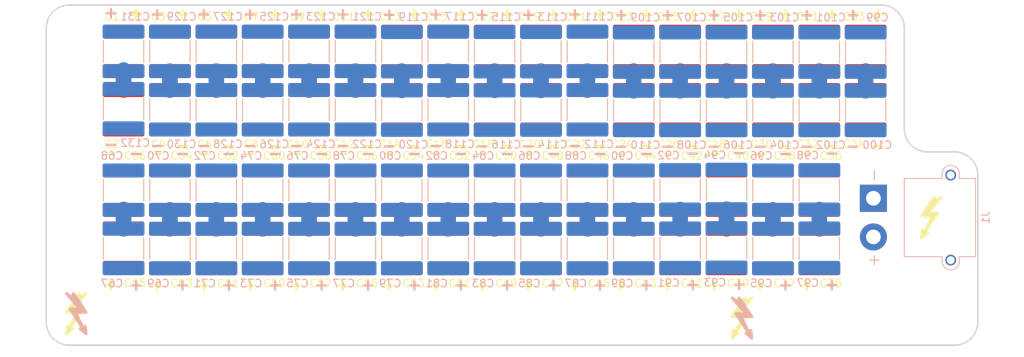
<source format=kicad_pcb>
(kicad_pcb (version 20241229) (generator "pcbnew") (generator_version "9.0")
  (layers (0 "F.Cu" signal) (2 "B.Cu" signal) (13 "F.Paste" user) (15 "B.Paste" user) (5 "F.SilkS" user "F.Silkscreen") (7 "B.SilkS" user "B.Silkscreen") (1 "F.Mask" user) (3 "B.Mask" user) (25 "Edge.Cuts" user))
  (net 0 "")
  (net 1 "+VDC")
  (net 2 "Net-(C1-Pad2)")
  (net 3 "GND")
  (net 4 "Net-(C3-Pad2)")
  (net 5 "Net-(C5-Pad2)")
  (net 6 "Net-(C7-Pad2)")
  (net 7 "Net-(C10-Pad1)")
  (net 8 "Net-(C11-Pad2)")
  (net 9 "Net-(C13-Pad2)")
  (net 10 "Net-(C15-Pad2)")
  (net 11 "Net-(C17-Pad2)")
  (net 12 "Net-(C19-Pad2)")
  (net 13 "Net-(C21-Pad2)")
  (net 14 "Net-(C23-Pad2)")
  (net 15 "Net-(C25-Pad2)")
  (net 16 "Net-(C27-Pad2)")
  (net 17 "Net-(C29-Pad2)")
  (net 18 "Net-(C31-Pad2)")
  (net 19 "Net-(C33-Pad2)")
  (net 20 "Net-(C35-Pad2)")
  (net 21 "Net-(C37-Pad2)")
  (net 22 "Net-(C39-Pad2)")
  (net 23 "Net-(C41-Pad2)")
  (net 24 "Net-(C43-Pad2)")
  (net 25 "Net-(C45-Pad2)")
  (net 26 "Net-(C47-Pad2)")
  (net 27 "Net-(C49-Pad2)")
  (net 28 "Net-(C51-Pad2)")
  (net 29 "Net-(C53-Pad2)")
  (net 30 "Net-(C55-Pad2)")
  (net 31 "Net-(C57-Pad2)")
  (net 32 "Net-(C59-Pad2)")
  (net 33 "Net-(C61-Pad2)")
  (net 34 "Net-(C63-Pad2)")
  (net 35 "Net-(C65-Pad2)")
  (net 36 "Net-(C67-Pad2)")
  (net 37 "Net-(C69-Pad2)")
  (net 38 "Net-(C71-Pad2)")
  (net 39 "Net-(C73-Pad2)")
  (net 40 "Net-(C75-Pad2)")
  (net 41 "Net-(C77-Pad2)")
  (net 42 "Net-(C79-Pad2)")
  (net 43 "Net-(C81-Pad2)")
  (net 44 "Net-(C83-Pad2)")
  (net 45 "Net-(C85-Pad2)")
  (net 46 "Net-(C87-Pad2)")
  (net 47 "Net-(C89-Pad2)")
  (net 48 "Net-(C91-Pad2)")
  (net 49 "Net-(C93-Pad2)")
  (net 50 "Net-(C95-Pad2)")
  (net 51 "Net-(C97-Pad2)")
  (net 52 "Net-(C100-Pad1)")
  (net 53 "Net-(C101-Pad2)")
  (net 54 "Net-(C103-Pad2)")
  (net 55 "Net-(C105-Pad2)")
  (net 56 "Net-(C107-Pad2)")
  (net 57 "Net-(C109-Pad2)")
  (net 58 "Net-(C111-Pad2)")
  (net 59 "Net-(C113-Pad2)")
  (net 60 "Net-(C115-Pad2)")
  (net 61 "Net-(C117-Pad2)")
  (net 62 "Net-(C119-Pad2)")
  (net 63 "Net-(C121-Pad2)")
  (net 64 "Net-(C123-Pad2)")
  (net 65 "Net-(C125-Pad2)")
  (net 66 "Net-(C127-Pad2)")
  (net 67 "Net-(C129-Pad2)")
  (net 68 "Net-(C131-Pad2)")
  (footprint "Capacitor_SMD:C_2220_5750Metric" (layer "F.Cu") (at 104.5 57.05 -90)
    (property "Reference" "C2")
    (property "Value" "22u")
  )
  (footprint "Capacitor_SMD:C_2220_5750Metric" (layer "F.Cu") (at 146.5 57.05 -90)
    (property "Reference" "C16")
    (property "Value" "22u")
  )
  (footprint "Capacitor_SMD:C_2220_5750Metric" (layer "F.Cu") (at 110.5 57.05 -90)
    (property "Reference" "C4")
    (property "Value" "22u")
  )
  (footprint "Capacitor_SMD:C_2220_5750Metric" (layer "F.Cu") (at 104.5 67.45 90)
    (property "Reference" "C66")
    (property "Value" "22u")
  )
  (footprint "Capacitor_SMD:C_2220_5750Metric" (layer "F.Cu") (at 188.5 75 90)
    (property "Reference" "C37")
    (property "Value" "22u")
  )
  (footprint "Capacitor_SMD:C_2220_5750Metric" (layer "F.Cu") (at 170.5 49.5 -90)
    (property "Reference" "C23")
    (property "Value" "22u")
  )
  (footprint "UTSVT_Special:Symbol_HighVoltage_Small" (layer "F.Cu") (at 97.5 84)
    (property "Reference" "REF**" (hide yes))
    (property "Value" "Symbol_HighVoltage_Small" (hide yes))
  )
  (footprint "Capacitor_SMD:C_2220_5750Metric" (layer "F.Cu") (at 194.5 75 90)
    (property "Reference" "C35")
    (property "Value" "22u")
  )
  (footprint "Capacitor_SMD:C_2220_5750Metric" (layer "F.Cu") (at 176.5 67.45 90)
    (property "Reference" "C42")
    (property "Value" "22u")
  )
  (footprint "Capacitor_SMD:C_2220_5750Metric" (layer "F.Cu") (at 146.5 75 90)
    (property "Reference" "C51")
    (property "Value" "22u")
  )
  (footprint "Capacitor_SMD:C_2220_5750Metric" (layer "F.Cu") (at 158.5 75 90)
    (property "Reference" "C47")
    (property "Value" "22u")
  )
  (footprint "Capacitor_SMD:C_2220_5750Metric" (layer "F.Cu") (at 170.5 57.05 -90)
    (property "Reference" "C24")
    (property "Value" "22u")
  )
  (footprint "Capacitor_SMD:C_2220_5750Metric" (layer "F.Cu") (at 128.5 49.5 -90)
    (property "Reference" "C9")
    (property "Value" "22u")
  )
  (footprint "Capacitor_SMD:C_2220_5750Metric" (layer "F.Cu") (at 122.5 49.5 -90)
    (property "Reference" "C7")
    (property "Value" "22u")
  )
  (footprint "Capacitor_SMD:C_2220_5750Metric" (layer "F.Cu") (at 182.5 49.5 -90)
    (property "Reference" "C27")
    (property "Value" "22u")
  )
  (footprint "Capacitor_SMD:C_2220_5750Metric" (layer "F.Cu") (at 182.5 75 90)
    (property "Reference" "C39")
    (property "Value" "22u")
  )
  (footprint "Capacitor_SMD:C_2220_5750Metric" (layer "F.Cu") (at 122.5 57.05 -90)
    (property "Reference" "C8")
    (property "Value" "22u")
  )
  (footprint "Capacitor_SMD:C_2220_5750Metric" (layer "F.Cu") (at 182.5 57.05 -90)
    (property "Reference" "C28")
    (property "Value" "22u")
  )
  (footprint "Capacitor_SMD:C_2220_5750Metric" (layer "F.Cu") (at 152.5 75 90)
    (property "Reference" "C49")
    (property "Value" "22u")
  )
  (footprint "Capacitor_SMD:C_2220_5750Metric" (layer "F.Cu") (at 182.5 67.45 90)
    (property "Reference" "C40")
    (property "Value" "22u")
  )
  (footprint "Capacitor_SMD:C_2220_5750Metric" (layer "F.Cu") (at 164.5 67.45 90)
    (property "Reference" "C46")
    (property "Value" "22u")
  )
  (footprint "Capacitor_SMD:C_2220_5750Metric" (layer "F.Cu") (at 194.5 57.05 -90)
    (property "Reference" "C32")
    (property "Value" "22u")
  )
  (footprint "Capacitor_SMD:C_2220_5750Metric" (layer "F.Cu") (at 152.5 57.05 -90)
    (property "Reference" "C18")
    (property "Value" "22u")
  )
  (footprint "Capacitor_SMD:C_2220_5750Metric" (layer "F.Cu") (at 116.5 67.45 90)
    (property "Reference" "C62")
    (property "Value" "22u")
  )
  (footprint "Capacitor_SMD:C_2220_5750Metric" (layer "F.Cu") (at 110.5 75 90)
    (property "Reference" "C63")
    (property "Value" "22u")
  )
  (footprint "MountingHole:MountingHole_3.2mm_M3" (layer "F.Cu") (at 98 71)
    (property "Reference" "REF**" (hide yes))
    (property "Value" "MountingHole_3.2mm_M3")
  )
  (footprint "Capacitor_SMD:C_2220_5750Metric" (layer "F.Cu") (at 194.5 49.5 -90)
    (property "Reference" "C31")
    (property "Value" "22u")
  )
  (footprint "Capacitor_SMD:C_2220_5750Metric" (layer "F.Cu") (at 194.5 67.45 90)
    (property "Reference" "C36")
    (property "Value" "22u")
  )
  (footprint "Capacitor_SMD:C_2220_5750Metric" (layer "F.Cu") (at 116.5 57.05 -90)
    (property "Reference" "C6")
    (property "Value" "22u")
  )
  (footprint "Capacitor_SMD:C_2220_5750Metric" (layer "F.Cu") (at 188.5 57.05 -90)
    (property "Reference" "C30")
    (property "Value" "22u")
  )
  (footprint "Capacitor_SMD:C_2220_5750Metric" (layer "F.Cu") (at 140.5 49.5 -90)
    (property "Reference" "C13")
    (property "Value" "22u")
  )
  (footprint "MountingHole:MountingHole_3.2mm_M3" (layer "F.Cu") (at 98 47)
    (property "Reference" "REF**" (hide yes))
    (property "Value" "MountingHole_3.2mm_M3")
  )
  (footprint "Capacitor_SMD:C_2220_5750Metric" (layer "F.Cu") (at 104.5 49.5 -90)
    (property "Reference" "C1")
    (property "Value" "22u")
  )
  (footprint "Capacitor_SMD:C_2220_5750Metric" (layer "F.Cu") (at 146.5 49.5 -90)
    (property "Reference" "C15")
    (property "Value" "22u")
  )
  (footprint "Capacitor_SMD:C_2220_5750Metric" (layer "F.Cu") (at 170.5 67.45 90)
    (property "Reference" "C44")
    (property "Value" "22u")
  )
  (footprint "Capacitor_SMD:C_2220_5750Metric" (layer "F.Cu") (at 176.5 49.5 -90)
    (property "Reference" "C25")
    (property "Value" "22u")
  )
  (footprint "Capacitor_SMD:C_2220_5750Metric" (layer "F.Cu") (at 122.5 75 90)
    (property "Reference" "C59")
    (property "Value" "22u")
  )
  (footprint "Capacitor_SMD:C_2220_5750Metric" (layer "F.Cu") (at 134.5 67.45 90)
    (property "Reference" "C56")
    (property "Value" "22u")
  )
  (footprint "Capacitor_SMD:C_2220_5750Metric" (layer "F.Cu") (at 128.5 75 90)
    (property "Reference" "C57")
    (property "Value" "22u")
  )
  (footprint "Capacitor_SMD:C_2220_5750Metric" (layer "F.Cu") (at 158.5 57.05 -90)
    (property "Reference" "C20")
    (property "Value" "22u")
  )
  (footprint "Capacitor_SMD:C_2220_5750Metric" (layer "F.Cu") (at 164.5 75 90)
    (property "Reference" "C45")
    (property "Value" "22u")
  )
  (footprint "Capacitor_SMD:C_2220_5750Metric" (layer "F.Cu") (at 134.5 49.5 -90)
    (property "Reference" "C11")
    (property "Value" "22u")
  )
  (footprint "Capacitor_SMD:C_2220_5750Metric" (layer "F.Cu") (at 200.5 57.05 -90)
    (property "Reference" "C34")
    (property "Value" "22u")
  )
  (footprint "Capacitor_SMD:C_2220_5750Metric" (layer "F.Cu") (at 152.5 67.45 90)
    (property "Reference" "C50")
    (property "Value" "22u")
  )
  (footprint "Capacitor_SMD:C_2220_5750Metric" (layer "F.Cu") (at 116.5 75 90)
    (property "Reference" "C61")
    (property "Value" "22u")
  )
  (footprint "Capacitor_SMD:C_2220_5750Metric" (layer "F.Cu") (at 158.5 67.45 90)
    (property "Reference" "C48")
    (property "Value" "22u")
  )
  (footprint "Capacitor_SMD:C_2220_5750Metric" (layer "F.Cu") (at 116.5 49.5 -90)
    (property "Reference" "C5")
    (property "Value" "22u")
  )
  (footprint "Capacitor_SMD:C_2220_5750Metric" (layer "F.Cu") (at 140.5 75 90)
    (property "Reference" "C53")
    (property "Value" "22u")
  )
  (footprint "Capacitor_SMD:C_2220_5750Metric" (layer "F.Cu") (at 128.5 57.05 -90)
    (property "Reference" "C10")
    (property "Value" "22u")
  )
  (footprint "Capacitor_SMD:C_2220_5750Metric" (layer "F.Cu") (at 128.5 67.45 90)
    (property "Reference" "C58")
    (property "Value" "22u")
  )
  (footprint "Capacitor_SMD:C_2220_5750Metric" (layer "F.Cu") (at 176.5 57.05 -90)
    (property "Reference" "C26")
    (property "Value" "22u")
  )
  (footprint "Capacitor_SMD:C_2220_5750Metric" (layer "F.Cu") (at 158.5 49.5 -90)
    (property "Reference" "C19")
    (property "Value" "22u")
  )
  (footprint "Capacitor_SMD:C_2220_5750Metric" (layer "F.Cu") (at 164.5 49.5 -90)
    (property "Reference" "C21")
    (property "Value" "22u")
  )
  (footprint "Capacitor_SMD:C_2220_5750Metric" (layer "F.Cu") (at 188.5 49.5 -90)
    (property "Reference" "C29")
    (property "Value" "22u")
  )
  (footprint "Capacitor_SMD:C_2220_5750Metric" (layer "F.Cu") (at 140.5 67.45 90)
    (property "Reference" "C54")
    (property "Value" "22u")
  )
  (footprint "Capacitor_SMD:C_2220_5750Metric" (layer "F.Cu") (at 170.5 75 90)
    (property "Reference" "C43")
    (property "Value" "22u")
  )
  (footprint "Capacitor_SMD:C_2220_5750Metric" (layer "F.Cu") (at 134.5 75 90)
    (property "Reference" "C55")
    (property "Value" "22u")
  )
  (footprint "Capacitor_SMD:C_2220_5750Metric" (layer "F.Cu") (at 146.5 67.45 90)
    (property "Reference" "C52")
    (property "Value" "22u")
  )
  (footprint "UTSVT_Special:Symbol_HighVoltage_Small" (layer "F.Cu") (at 208.111 71.5715)
    (property "Reference" "REF**" (hide yes))
    (property "Value" "Symbol_HighVoltage_Small" (hide yes))
  )
  (footprint "Capacitor_SMD:C_2220_5750Metric" (layer "F.Cu") (at 134.5 57.05 -90)
    (property "Reference" "C12")
    (property "Value" "22u")
  )
  (footprint "MountingHole:MountingHole_3.2mm_M3" (layer "F.Cu") (at 154.75 84)
    (property "Reference" "REF**" (hide yes))
    (property "Value" "MountingHole_3.2mm_M3")
  )
  (footprint "Capacitor_SMD:C_2220_5750Metric" (layer "F.Cu") (at 110.5 49.5 -90)
    (property "Reference" "C3")
    (property "Value" "22u")
  )
  (footprint "Capacitor_SMD:C_2220_5750Metric" (layer "F.Cu") (at 188.5 67.45 90)
    (property "Reference" "C38")
    (property "Value" "22u")
  )
  (footprint "Capacitor_SMD:C_2220_5750Metric" (layer "F.Cu") (at 176.5 75 90)
    (property "Reference" "C41")
    (property "Value" "22u")
  )
  (footprint "Capacitor_SMD:C_2220_5750Metric" (layer "F.Cu") (at 164.5 57.05 -90)
    (property "Reference" "C22")
    (property "Value" "22u")
  )
  (footprint "MountingHole:MountingHole_3.2mm_M3" (layer "F.Cu") (at 211.5 84)
    (property "Reference" "REF**" (hide yes))
    (property "Value" "MountingHole_3.2mm_M3")
  )
  (footprint "Capacitor_SMD:C_2220_5750Metric" (layer "F.Cu") (at 140.5 57.05 -90)
    (property "Reference" "C14")
    (property "Value" "22u")
  )
  (footprint "UTSVT_Special:Symbol_HighVoltage_Small" (layer "F.Cu") (at 183.611 84.5715)
    (property "Reference" "REF**" (hide yes))
    (property "Value" "Symbol_HighVoltage_Small" (hide yes))
  )
  (footprint "Capacitor_SMD:C_2220_5750Metric" (layer "F.Cu") (at 104.5 74.95 90)
    (property "Reference" "C65")
    (property "Value" "22u")
  )
  (footprint "Capacitor_SMD:C_2220_5750Metric" (layer "F.Cu") (at 122.5 67.45 90)
    (property "Reference" "C60")
    (property "Value" "22u")
  )
  (footprint "Capacitor_SMD:C_2220_5750Metric" (layer "F.Cu") (at 152.5 49.5 -90)
    (property "Reference" "C17")
    (property "Value" "22u")
  )
  (footprint "Capacitor_SMD:C_2220_5750Metric" (layer "F.Cu") (at 200.5 49.5 -90)
    (property "Reference" "C33")
    (property "Value" "22u")
  )
  (footprint "Capacitor_SMD:C_2220_5750Metric" (layer "F.Cu") (at 110.5 67.45 90)
    (property "Reference" "C64")
    (property "Value" "22u")
  )
  (footprint "Capacitor_SMD:C_2220_5750Metric" (layer "B.Cu") (at 188.5 49.6 -90)
    (property "Reference" "C103")
    (property "Value" "22u")
  )
  (footprint "Capacitor_SMD:C_2220_5750Metric" (layer "B.Cu") (at 110.5 75 90)
    (property "Reference" "C69")
    (property "Value" "22u")
  )
  (footprint "Capacitor_SMD:C_2220_5750Metric" (layer "B.Cu") (at 176.5 57.15 -90)
    (property "Reference" "C108")
    (property "Value" "22u")
  )
  (footprint "Capacitor_SMD:C_2220_5750Metric" (layer "B.Cu") (at 194.5 67.4 90)
    (property "Reference" "C98")
    (property "Value" "22u")
  )
  (footprint "UTSVT_Connectors:AMASS_XT30PW-M_1x02_P2.50mm_Horizontal" (layer "B.Cu") (at 201.5 68.5 90)
    (property "Reference" "J1")
    (property "Value" "Conn_01x02")
  )
  (footprint "Capacitor_SMD:C_2220_5750Metric" (layer "B.Cu") (at 170.5 67.45 90)
    (property "Reference" "C90")
    (property "Value" "22u")
  )
  (footprint "Capacitor_SMD:C_2220_5750Metric" (layer "B.Cu") (at 122.5 57.05 -90)
    (property "Reference" "C126")
    (property "Value" "22u")
  )
  (footprint "Capacitor_SMD:C_2220_5750Metric" (layer "B.Cu") (at 170.5 57.15 -90)
    (property "Reference" "C110")
    (property "Value" "22u")
  )
  (footprint "Capacitor_SMD:C_2220_5750Metric" (layer "B.Cu") (at 164.5 75 90)
    (property "Reference" "C87")
    (property "Value" "22u")
  )
  (footprint "Capacitor_SMD:C_2220_5750Metric" (layer "B.Cu") (at 146.5 57.05 -90)
    (property "Reference" "C118")
    (property "Value" "22u")
  )
  (footprint "Capacitor_SMD:C_2220_5750Metric" (layer "B.Cu") (at 176.5 74.95 90)
    (property "Reference" "C91")
    (property "Value" "22u")
  )
  (footprint "Capacitor_SMD:C_2220_5750Metric" (layer "B.Cu") (at 140.5 67.45 90)
    (property "Reference" "C80")
    (property "Value" "22u")
  )
  (footprint "Capacitor_SMD:C_2220_5750Metric" (layer "B.Cu") (at 134.5 57.05 -90)
    (property "Reference" "C122")
    (property "Value" "22u")
  )
  (footprint "Capacitor_SMD:C_2220_5750Metric" (layer "B.Cu") (at 164.5 49.5 -90)
    (property "Reference" "C111")
    (property "Value" "22u")
  )
  (footprint "Capacitor_SMD:C_2220_5750Metric" (layer "B.Cu") (at 104.5 75 90)
    (property "Reference" "C67")
    (property "Value" "22u")
  )
  (footprint "Capacitor_SMD:C_2220_5750Metric" (layer "B.Cu") (at 116.5 49.5 -90)
    (property "Reference" "C127")
    (property "Value" "22u")
  )
  (footprint "UTSVT_Special:Symbol_HighVoltage_Small" (layer "B.Cu") (at 99.278 84 180)
    (property "Reference" "REF**" (hide yes))
    (property "Value" "Symbol_HighVoltage_Small" (hide yes))
  )
  (footprint "Capacitor_SMD:C_2220_5750Metric" (layer "B.Cu") (at 182.5 74.9 90)
    (property "Reference" "C93")
    (property "Value" "22u")
  )
  (footprint "Capacitor_SMD:C_2220_5750Metric" (layer "B.Cu") (at 128.5 49.5 -90)
    (property "Reference" "C123")
    (property "Value" "22u")
  )
  (footprint "Capacitor_SMD:C_2220_5750Metric" (layer "B.Cu") (at 110.5 67.45 90)
    (property "Reference" "C70")
    (property "Value" "22u")
  )
  (footprint "Capacitor_SMD:C_2220_5750Metric" (layer "B.Cu") (at 188.5 67.45 90)
    (property "Reference" "C96")
    (property "Value" "22u")
  )
  (footprint "Capacitor_SMD:C_2220_5750Metric" (layer "B.Cu") (at 140.5 49.55 -90)
    (property "Reference" "C119")
    (property "Value" "22u")
  )
  (footprint "Capacitor_SMD:C_2220_5750Metric" (layer "B.Cu") (at 128.5 75 90)
    (property "Reference" "C75")
    (property "Value" "22u")
  )
  (footprint "Capacitor_SMD:C_2220_5750Metric" (layer "B.Cu") (at 182.5 57.15 -90)
    (property "Reference" "C106")
    (property "Value" "22u")
  )
  (footprint "Capacitor_SMD:C_2220_5750Metric" (layer "B.Cu") (at 194.5 49.6 -90)
    (property "Reference" "C101")
    (property "Value" "22u")
  )
  (footprint "UTSVT_Special:Symbol_HighVoltage_Small" (layer "B.Cu") (at 185.389 84.5715 180)
    (property "Reference" "REF**" (hide yes))
    (property "Value" "Symbol_HighVoltage_Small" (hide yes))
  )
  (footprint "Capacitor_SMD:C_2220_5750Metric" (layer "B.Cu") (at 158.5 49.55 -90)
    (property "Reference" "C113")
    (property "Value" "22u")
  )
  (footprint "Capacitor_SMD:C_2220_5750Metric" (layer "B.Cu") (at 188.5 75 90)
    (property "Reference" "C95")
    (property "Value" "22u")
  )
  (footprint "Capacitor_SMD:C_2220_5750Metric" (layer "B.Cu") (at 140.5 57.1 -90)
    (property "Reference" "C120")
    (property "Value" "22u")
  )
  (footprint "Capacitor_SMD:C_2220_5750Metric" (layer "B.Cu") (at 104.5 49.5 -90)
    (property "Reference" "C131")
    (property "Value" "22u")
  )
  (footprint "Capacitor_SMD:C_2220_5750Metric" (layer "B.Cu") (at 170.5 49.6 -90)
    (property "Reference" "C109")
    (property "Value" "22u")
  )
  (footprint "Capacitor_SMD:C_2220_5750Metric" (layer "B.Cu") (at 134.5 49.5 -90)
    (property "Reference" "C121")
    (property "Value" "22u")
  )
  (footprint "Capacitor_SMD:C_2220_5750Metric" (layer "B.Cu") (at 146.5 75 90)
    (property "Reference" "C81")
    (property "Value" "22u")
  )
  (footprint "Capacitor_SMD:C_2220_5750Metric" (layer "B.Cu") (at 182.5 49.6 -90)
    (property "Reference" "C105")
    (property "Value" "22u")
  )
  (footprint "Capacitor_SMD:C_2220_5750Metric" (layer "B.Cu") (at 110.5 49.5 -90)
    (property "Reference" "C129")
    (property "Value" "22u")
  )
  (footprint "Capacitor_SMD:C_2220_5750Metric" (layer "B.Cu") (at 158.5 57.1 -90)
    (property "Reference" "C114")
    (property "Value" "22u")
  )
  (footprint "Capacitor_SMD:C_2220_5750Metric" (layer "B.Cu") (at 152.5 67.45 90)
    (property "Reference" "C84")
    (property "Value" "22u")
  )
  (footprint "Capacitor_SMD:C_2220_5750Metric" (layer "B.Cu") (at 194.5 74.95 90)
    (property "Reference" "C97")
    (property "Value" "22u")
  )
  (footprint "Capacitor_SMD:C_2220_5750Metric" (layer "B.Cu") (at 116.5 67.45 90)
    (property "Reference" "C72")
    (property "Value" "22u")
  )
  (footprint "Capacitor_SMD:C_2220_5750Metric" (layer "B.Cu") (at 164.5 67.45 90)
    (property "Reference" "C88")
    (property "Value" "22u")
  )
  (footprint "Capacitor_SMD:C_2220_5750Metric" (layer "B.Cu") (at 146.5 67.45 90)
    (property "Reference" "C82")
    (property "Value" "22u")
  )
  (footprint "Capacitor_SMD:C_2220_5750Metric" (layer "B.Cu") (at 164.5 57.05 -90)
    (property "Reference" "C112")
    (property "Value" "22u")
  )
  (footprint "Capacitor_SMD:C_2220_5750Metric" (layer "B.Cu") (at 146.5 49.5 -90)
    (property "Reference" "C117")
    (property "Value" "22u")
  )
  (footprint "Capacitor_SMD:C_2220_5750Metric" (layer "B.Cu") (at 170.5 75 90)
    (property "Reference" "C89")
    (property "Value" "22u")
  )
  (footprint "Capacitor_SMD:C_2220_5750Metric" (layer "B.Cu") (at 152.5 49.55 -90)
    (property "Reference" "C115")
    (property "Value" "22u")
  )
  (footprint "Capacitor_SMD:C_2220_5750Metric" (layer "B.Cu") (at 200.5 49.6 -90)
    (property "Reference" "C99")
    (property "Value" "22u")
  )
  (footprint "Capacitor_SMD:C_2220_5750Metric" (layer "B.Cu") (at 128.5 67.45 90)
    (property "Reference" "C76")
    (property "Value" "22u")
  )
  (footprint "Capacitor_SMD:C_2220_5750Metric" (layer "B.Cu") (at 152.5 75 90)
    (property "Reference" "C83")
    (property "Value" "22u")
  )
  (footprint "Capacitor_SMD:C_2220_5750Metric" (layer "B.Cu") (at 152.5 57.1 -90)
    (property "Reference" "C116")
    (property "Value" "22u")
  )
  (footprint "Capacitor_SMD:C_2220_5750Metric" (layer "B.Cu") (at 116.5 57.05 -90)
    (property "Reference" "C128")
    (property "Value" "22u")
  )
  (footprint "Capacitor_SMD:C_2220_5750Metric" (layer "B.Cu") (at 158.5 75 90)
    (property "Reference" "C85")
    (property "Value" "22u")
  )
  (footprint "Capacitor_SMD:C_2220_5750Metric" (layer "B.Cu") (at 128.5 57.05 -90)
    (property "Reference" "C124")
    (property "Value" "22u")
  )
  (footprint "Capacitor_SMD:C_2220_5750Metric" (layer "B.Cu") (at 176.5 49.6 -90)
    (property "Reference" "C107")
    (property "Value" "22u")
  )
  (footprint "Capacitor_SMD:C_2220_5750Metric" (layer "B.Cu") (at 194.5 57.15 -90)
    (property "Reference" "C102")
    (property "Value" "22u")
  )
  (footprint "Capacitor_SMD:C_2220_5750Metric" (layer "B.Cu") (at 158.5 67.45 90)
    (property "Reference" "C86")
    (property "Value" "22u")
  )
  (footprint "Capacitor_SMD:C_2220_5750Metric" (layer "B.Cu") (at 122.5 67.45 90)
    (property "Reference" "C74")
    (property "Value" "22u")
  )
  (footprint "Capacitor_SMD:C_2220_5750Metric" (layer "B.Cu") (at 134.5 67.45 90)
    (property "Reference" "C78")
    (property "Value" "22u")
  )
  (footprint "Capacitor_SMD:C_2220_5750Metric" (layer "B.Cu") (at 116.5 75 90)
    (property "Reference" "C71")
    (property "Value" "22u")
  )
  (footprint "Capacitor_SMD:C_2220_5750Metric" (layer "B.Cu") (at 122.5 75 90)
    (property "Reference" "C73")
    (property "Value" "22u")
  )
  (footprint "Capacitor_SMD:C_2220_5750Metric" (layer "B.Cu") (at 140.5 75 90)
    (property "Reference" "C79")
    (property "Value" "22u")
  )
  (footprint "Capacitor_SMD:C_2220_5750Metric" (layer "B.Cu") (at 134.5 75 90)
    (property "Reference" "C77")
    (property "Value" "22u")
  )
  (footprint "Capacitor_SMD:C_2220_5750Metric" (layer "B.Cu") (at 110.5 57.05 -90)
    (property "Reference" "C130")
    (property "Value" "22u")
  )
  (footprint "Capacitor_SMD:C_2220_5750Metric" (layer "B.Cu") (at 188.5 57.15 -90)
    (property "Reference" "C104")
    (property "Value" "22u")
  )
  (footprint "Capacitor_SMD:C_2220_5750Metric" (layer "B.Cu") (at 200.5 57.15 -90)
    (property "Reference" "C100")
    (property "Value" "22u")
  )
  (footprint "Capacitor_SMD:C_2220_5750Metric" (layer "B.Cu") (at 104.5 56.9 -90)
    (property "Reference" "C132")
    (property "Value" "22u")
  )
  (footprint "Capacitor_SMD:C_2220_5750Metric" (layer "B.Cu") (at 182.5 67.35 90)
    (property "Reference" "C94")
    (property "Value" "22u")
  )
  (footprint "Capacitor_SMD:C_2220_5750Metric" (layer "B.Cu") (at 104.5 67.45 90)
    (property "Reference" "C68")
    (property "Value" "22u")
  )
  (footprint "Capacitor_SMD:C_2220_5750Metric" (layer "B.Cu") (at 176.5 67.4 90)
    (property "Reference" "C92")
    (property "Value" "22u")
  )
  (footprint "Capacitor_SMD:C_2220_5750Metric" (layer "B.Cu") (at 122.5 49.5 -90)
    (property "Reference" "C125")
    (property "Value" "22u")
  )
  (gr_line (start 215 65.5) (end 215 84.5) (stroke (width 0.2)) (layer "Edge.Cuts"))
  (gr_arc (start 97.5 87.5) (mid 95.37868 86.62132) (end 94.5 84.5) (stroke (width 0.2)) (layer "Edge.Cuts"))
  (gr_arc (start 202.5 43.5) (mid 204.62132 44.37868) (end 205.5 46.5) (stroke (width 0.2)) (layer "Edge.Cuts"))
  (gr_line (start 212 87.5) (end 97.5 87.5) (stroke (width 0.2)) (layer "Edge.Cuts"))
  (gr_line (start 97.5 43.5) (end 202.5 43.5) (stroke (width 0.2)) (layer "Edge.Cuts"))
  (gr_arc (start 212 62.5) (mid 214.12132 63.37868) (end 215 65.5) (stroke (width 0.2)) (layer "Edge.Cuts"))
  (gr_arc (start 208.5 62.5) (mid 206.37868 61.62132) (end 205.5 59.5) (stroke (width 0.2)) (layer "Edge.Cuts"))
  (gr_arc (start 215 84.5) (mid 214.12132 86.62132) (end 212 87.5) (stroke (width 0.2)) (layer "Edge.Cuts"))
  (gr_line (start 208.5 62.5) (end 212 62.5) (stroke (width 0.2)) (layer "Edge.Cuts"))
  (gr_line (start 205.5 46.5) (end 205.5 59.5) (stroke (width 0.2)) (layer "Edge.Cuts"))
  (gr_line (start 94.5 84.5) (end 94.5 46.5) (stroke (width 0.2)) (layer "Edge.Cuts"))
  (gr_arc (start 94.5 46.5) (mid 95.37868 44.37868) (end 97.5 43.5) (stroke (width 0.2)) (layer "Edge.Cuts"))
  (gr_text "-" (at 171 62.5 0) (layer "F.SilkS") (effects (font (size 1.5 1.5) (thickness 0.3) (bold yes)) (justify left bottom)))
  (gr_text "-" (at 122 62 180) (layer "F.SilkS") (effects (font (size 1.5 1.5) (thickness 0.3) (bold yes)) (justify left bottom)))
  (gr_text "-" (at 105 45.25 0) (layer "F.SilkS") (effects (font (size 1.5 1.5) (thickness 0.3) (bold yes)) (justify left bottom)))
  (gr_text "+" (at 135 45.5 0) (layer "F.SilkS") (effects (font (size 1.5 1.5) (thickness 0.3) (bold yes)) (justify left bottom)))
  (gr_text "-" (at 116 62 180) (layer "F.SilkS") (effects (font (size 1.5 1.5) (thickness 0.3) (bold yes)) (justify left bottom)))
  (gr_text "+" (at 111 45.5 0) (layer "F.SilkS") (effects (font (size 1.5 1.5) (thickness 0.3) (bold yes)) (justify left bottom)))
  (gr_text "+" (at 123 45.5 0) (layer "F.SilkS") (effects (font (size 1.5 1.5) (thickness 0.3) (bold yes)) (justify left bottom)))
  (gr_text "-" (at 170 62 180) (layer "F.SilkS") (effects (font (size 1.5 1.5) (thickness 0.3) (bold yes)) (justify left bottom)))
  (gr_text "-" (at 164 62 180) (layer "F.SilkS") (effects (font (size 1.5 1.5) (thickness 0.3) (bold yes)) (justify left bottom)))
  (gr_text "+" (at 152 79 180) (layer "F.SilkS") (effects (font (size 1.5 1.5) (thickness 0.3) (bold yes)) (justify left bottom)))
  (gr_text "+" (at 146 79 180) (layer "F.SilkS") (effects (font (size 1.5 1.5) (thickness 0.3) (bold yes)) (justify left bottom)))
  (gr_text "-" (at 195 62.5 0) (layer "F.SilkS") (effects (font (size 1.5 1.5) (thickness 0.3) (bold yes)) (justify left bottom)))
  (gr_text "+" (at 182 79 180) (layer "F.SilkS") (effects (font (size 1.5 1.5) (thickness 0.3) (bold yes)) (justify left bottom)))
  (gr_text "+" (at 189 45.5 0) (layer "F.SilkS") (effects (font (size 1.5 1.5) (thickness 0.3) (bold yes)) (justify left bottom)))
  (gr_text "+" (at 116 79 180) (layer "F.SilkS") (effects (font (size 1.5 1.5) (thickness 0.3) (bold yes)) (justify left bottom)))
  (gr_text "+" (at 104 78.95 180) (layer "F.SilkS") (effects (font (size 1.5 1.5) (thickness 0.3) (bold yes)) (justify left bottom)))
  (gr_text "-" (at 176 62 180) (layer "F.SilkS") (effects (font (size 1.5 1.5) (thickness 0.3) (bold yes)) (justify left bottom)))
  (gr_text "-" (at 158 62 180) (layer "F.SilkS") (effects (font (size 1.5 1.5) (thickness 0.3) (bold yes)) (justify left bottom)))
  (gr_text "+" (at 183 45.5 0) (layer "F.SilkS") (effects (font (size 1.5 1.5) (thickness 0.3) (bold yes)) (justify left bottom)))
  (gr_text "-" (at 182 62 180) (layer "F.SilkS") (effects (font (size 1.5 1.5) (thickness 0.3) (bold yes)) (justify left bottom)))
  (gr_text "+" (at 110 79 180) (layer "F.SilkS") (effects (font (size 1.5 1.5) (thickness 0.3) (bold yes)) (justify left bottom)))
  (gr_text "-" (at 128 62 180) (layer "F.SilkS") (effects (font (size 1.5 1.5) (thickness 0.3) (bold yes)) (justify left bottom)))
  (gr_text "+" (at 159 45.5 0) (layer "F.SilkS") (effects (font (size 1.5 1.5) (thickness 0.3) (bold yes)) (justify left bottom)))
  (gr_text "+" (at 134 79 180) (layer "F.SilkS") (effects (font (size 1.5 1.5) (thickness 0.3) (bold yes)) (justify left bottom)))
  (gr_text "-" (at 140 62 180) (layer "F.SilkS") (effects (font (size 1.5 1.5) (thickness 0.3) (bold yes)) (justify left bottom)))
  (gr_text "+" (at 158 79 180) (layer "F.SilkS") (effects (font (size 1.5 1.5) (thickness 0.3) (bold yes)) (justify left bottom)))
  (gr_text "+" (at 176 79 180) (layer "F.SilkS") (effects (font (size 1.5 1.5) (thickness 0.3) (bold yes)) (justify left bottom)))
  (gr_text "+" (at 188 79 180) (layer "F.SilkS") (effects (font (size 1.5 1.5) (thickness 0.3) (bold yes)) (justify left bottom)))
  (gr_text "-" (at 146 62 180) (layer "F.SilkS") (effects (font (size 1.5 1.5) (thickness 0.3) (bold yes)) (justify left bottom)))
  (gr_text "+" (at 153 45.5 0) (layer "F.SilkS") (effects (font (size 1.5 1.5) (thickness 0.3) (bold yes)) (justify left bottom)))
  (gr_text "-" (at 135 62.5 0) (layer "F.SilkS") (effects (font (size 1.5 1.5) (thickness 0.3) (bold yes)) (justify left bottom)))
  (gr_text "+" (at 194 79 180) (layer "F.SilkS") (effects (font (size 1.5 1.5) (thickness 0.3) (bold yes)) (justify left bottom)))
  (gr_text "+" (at 171 45.5 0) (layer "F.SilkS") (effects (font (size 1.5 1.5) (thickness 0.3) (bold yes)) (justify left bottom)))
  (gr_text "+" (at 117 45.5 0) (layer "F.SilkS") (effects (font (size 1.5 1.5) (thickness 0.3) (bold yes)) (justify left bottom)))
  (gr_text "+" (at 170 79 180) (layer "F.SilkS") (effects (font (size 1.5 1.5) (thickness 0.3) (bold yes)) (justify left bottom)))
  (gr_text "+" (at 141 45.5 0) (layer "F.SilkS") (effects (font (size 1.5 1.5) (thickness 0.3) (bold yes)) (justify left bottom)))
  (gr_text "-" (at 183 62.5 0) (layer "F.SilkS") (effects (font (size 1.5 1.5) (thickness 0.3) (bold yes)) (justify left bottom)))
  (gr_text "+" (at 165 45.5 0) (layer "F.SilkS") (effects (font (size 1.5 1.5) (thickness 0.3) (bold yes)) (justify left bottom)))
  (gr_text "-" (at 152 62 180) (layer "F.SilkS") (effects (font (size 1.5 1.5) (thickness 0.3) (bold yes)) (justify left bottom)))
  (gr_text "+" (at 147 45.5 0) (layer "F.SilkS") (effects (font (size 1.5 1.5) (thickness 0.3) (bold yes)) (justify left bottom)))
  (gr_text "+" (at 177 45.5 0) (layer "F.SilkS") (effects (font (size 1.5 1.5) (thickness 0.3) (bold yes)) (justify left bottom)))
  (gr_text "+" (at 195 45.5 0) (layer "F.SilkS") (effects (font (size 1.5 1.5) (thickness 0.3) (bold yes)) (justify left bottom)))
  (gr_text "+" (at 105 45.5 0) (layer "F.SilkS") (effects (font (size 1.5 1.5) (thickness 0.3) (bold yes)) (justify left bottom)))
  (gr_text "-" (at 129 62.5 0) (layer "F.SilkS") (effects (font (size 1.5 1.5) (thickness 0.3) (bold yes)) (justify left bottom)))
  (gr_text "+" (at 164 79 180) (layer "F.SilkS") (effects (font (size 1.5 1.5) (thickness 0.3) (bold yes)) (justify left bottom)))
  (gr_text "-" (at 147 62.5 0) (layer "F.SilkS") (effects (font (size 1.5 1.5) (thickness 0.3) (bold yes)) (justify left bottom)))
  (gr_text "-" (at 110 62 180) (layer "F.SilkS") (effects (font (size 1.5 1.5) (thickness 0.3) (bold yes)) (justify left bottom)))
  (gr_text "-" (at 194 62 180) (layer "F.SilkS") (effects (font (size 1.5 1.5) (thickness 0.3) (bold yes)) (justify left bottom)))
  (gr_text "+" (at 128 79 180) (layer "F.SilkS") (effects (font (size 1.5 1.5) (thickness 0.3) (bold yes)) (justify left bottom)))
  (gr_text "+" (at 129 45.5 0) (layer "F.SilkS") (effects (font (size 1.5 1.5) (thickness 0.3) (bold yes)) (justify left bottom)))
  (gr_text "-" (at 159 62.5 0) (layer "F.SilkS") (effects (font (size 1.5 1.5) (thickness 0.3) (bold yes)) (justify left bottom)))
  (gr_text "-" (at 104 61.95 180) (layer "F.SilkS") (effects (font (size 1.5 1.5) (thickness 0.3) (bold yes)) (justify left bottom)))
  (gr_text "-" (at 201 62.5 0) (layer "F.SilkS") (effects (font (size 1.5 1.5) (thickness 0.3) (bold yes)) (justify left bottom)))
  (gr_text "+" (at 140 79 180) (layer "F.SilkS") (effects (font (size 1.5 1.5) (thickness 0.3) (bold yes)) (justify left bottom)))
  (gr_text "-" (at 177 62.5 0) (layer "F.SilkS") (effects (font (size 1.5 1.5) (thickness 0.3) (bold yes)) (justify left bottom)))
  (gr_text "-" (at 189 62.5 0) (layer "F.SilkS") (effects (font (size 1.5 1.5) (thickness 0.3) (bold yes)) (justify left bottom)))
  (gr_text "+" (at 122 79 180) (layer "F.SilkS") (effects (font (size 1.5 1.5) (thickness 0.3) (bold yes)) (justify left bottom)))
  (gr_text "-" (at 188 62 180) (layer "F.SilkS") (effects (font (size 1.5 1.5) (thickness 0.3) (bold yes)) (justify left bottom)))
  (gr_text "-" (at 117 62.5 0) (layer "F.SilkS") (effects (font (size 1.5 1.5) (thickness 0.3) (bold yes)) (justify left bottom)))
  (gr_text "-" (at 111 62.5 0) (layer "F.SilkS") (effects (font (size 1.5 1.5) (thickness 0.3) (bold yes)) (justify left bottom)))
  (gr_text "-" (at 141 62.5 0) (layer "F.SilkS") (effects (font (size 1.5 1.5) (thickness 0.3) (bold yes)) (justify left bottom)))
  (gr_text "-" (at 134 62 180) (layer "F.SilkS") (effects (font (size 1.5 1.5) (thickness 0.3) (bold yes)) (justify left bottom)))
  (gr_text "-" (at 153 62.5 0) (layer "F.SilkS") (effects (font (size 1.5 1.5) (thickness 0.3) (bold yes)) (justify left bottom)))
  (gr_text "+" (at 201 45.5 0) (layer "F.SilkS") (effects (font (size 1.5 1.5) (thickness 0.3) (bold yes)) (justify left bottom)))
  (gr_text "-" (at 165 62.5 0) (layer "F.SilkS") (effects (font (size 1.5 1.5) (thickness 0.3) (bold yes)) (justify left bottom)))
  (gr_text "-" (at 123 62.5 0) (layer "F.SilkS") (effects (font (size 1.5 1.5) (thickness 0.3) (bold yes)) (justify left bottom)))
  (gr_text "-" (at 141 62 -180) (layer "B.SilkS") (effects (font (size 1.5 1.5) (thickness 0.3) (bold yes)) (justify left bottom mirror)))
  (gr_text "+" (at 122 45.5 -0) (layer "B.SilkS") (effects (font (size 1.5 1.5) (thickness 0.3) (bold yes)) (justify left bottom mirror)))
  (gr_text "+" (at 164 45.5 -0) (layer "B.SilkS") (effects (font (size 1.5 1.5) (thickness 0.3) (bold yes)) (justify left bottom mirror)))
  (gr_text "+" (at 195 78.95 180) (layer "B.SilkS") (effects (font (size 1.5 1.5) (thickness 0.3) (bold yes)) (justify left bottom mirror)))
  (gr_text "+" (at 147 79 -180) (layer "B.SilkS") (effects (font (size 1.5 1.5) (thickness 0.3) (bold yes)) (justify left bottom mirror)))
  (gr_text "-" (at 140 62.55 -0) (layer "B.SilkS") (effects (font (size 1.5 1.5) (thickness 0.3) (bold yes)) (justify left bottom mirror)))
  (gr_text "+" (at 141 79 -180) (layer "B.SilkS") (effects (font (size 1.5 1.5) (thickness 0.3) (bold yes)) (justify left bottom mirror)))
  (gr_text "-" (at 110 62.5 -0) (layer "B.SilkS") (effects (font (size 1.5 1.5) (thickness 0.3) (bold yes)) (justify left bottom mirror)))
  (gr_text "-" (at 152 62.55 -0) (layer "B.SilkS") (effects (font (size 1.5 1.5) (thickness 0.3) (bold yes)) (justify left bottom mirror)))
  (gr_text "-" (at 177 61.95 180) (layer "B.SilkS") (effects (font (size 1.5 1.5) (thickness 0.3) (bold yes)) (justify left bottom mirror)))
  (gr_text "-" (at 200 62.6 -0) (layer "B.SilkS") (effects (font (size 1.5 1.5) (thickness 0.3) (bold yes)) (justify left bottom mirror)))
  (gr_text "+" (at 153 79 -180) (layer "B.SilkS") (effects (font (size 1.5 1.5) (thickness 0.3) (bold yes)) (justify left bottom mirror)))
  (gr_text "+" (at 176 45.6 -0) (layer "B.SilkS") (effects (font (size 1.5 1.5) (thickness 0.3) (bold yes)) (justify left bottom mirror)))
  (gr_text "+" (at 111 79 -180) (layer "B.SilkS") (effects (font (size 1.5 1.5) (thickness 0.3) (bold yes)) (justify left bottom mirror)))
  (gr_text "-" (at 158 62.55 -0) (layer "B.SilkS") (effects (font (size 1.5 1.5) (thickness 0.3) (bold yes)) (justify left bottom mirror)))
  (gr_text "+" (at 146 45.5 -0) (layer "B.SilkS") (effects (font (size 1.5 1.5) (thickness 0.3) (bold yes)) (justify left bottom mirror)))
  (gr_text "-" (at 176 62.6 -0) (layer "B.SilkS") (effects (font (size 1.5 1.5) (thickness 0.3) (bold yes)) (justify left bottom mirror)))
  (gr_text "+" (at 159 79 -180) (layer "B.SilkS") (effects (font (size 1.5 1.5) (thickness 0.3) (bold yes)) (justify left bottom mirror)))
  (gr_text "+" (at 182 45.6 -0) (layer "B.SilkS") (effects (font (size 1.5 1.5) (thickness 0.3) (bold yes)) (justify left bottom mirror)))
  (gr_text "-" (at 153 62 -180) (layer "B.SilkS") (effects (font (size 1.5 1.5) (thickness 0.3) (bold yes)) (justify left bottom mirror)))
  (gr_text "+" (at 200 45.6 -0) (layer "B.SilkS") (effects (font (size 1.5 1.5) (thickness 0.3) (bold yes)) (justify left bottom mirror)))
  (gr_text "-" (at 189 62 180) (layer "B.SilkS") (effects (font (size 1.5 1.5) (thickness 0.3) (bold yes)) (justify left bottom mirror)))
  (gr_text "-" (at 105 62 -180) (layer "B.SilkS") (effects (font (size 1.5 1.5) (thickness 0.3) (bold yes)) (justify left bottom mirror)))
  (gr_text "-" (at 194 62.6 -0) (layer "B.SilkS") (effects (font (size 1.5 1.5) (thickness 0.3) (bold yes)) (justify left bottom mirror)))
  (gr_text "+" (at 134 45.5 -0) (layer "B.SilkS") (effects (font (size 1.5 1.5) (thickness 0.3) (bold yes)) (justify left bottom mirror)))
  (gr_text "+" (at 165 79 -180) (layer "B.SilkS") (effects (font (size 1.5 1.5) (thickness 0.3) (bold yes)) (justify left bottom mirror)))
  (gr_text "-" (at 111 62 -180) (layer "B.SilkS") (effects (font (size 1.5 1.5) (thickness 0.3) (bold yes)) (justify left bottom mirror)))
  (gr_text "-" (at 147 62 -180) (layer "B.SilkS") (effects (font (size 1.5 1.5) (thickness 0.3) (bold yes)) (justify left bottom mirror)))
  (gr_text "-" (at 128 62.5 -0) (layer "B.SilkS") (effects (font (size 1.5 1.5) (thickness 0.3) (bold yes)) (justify left bottom mirror)))
  (gr_text "+" (at 135 79 -180) (layer "B.SilkS") (effects (font (size 1.5 1.5) (thickness 0.3) (bold yes)) (justify left bottom mirror)))
  (gr_text "-" (at 188 62.6 -0) (layer "B.SilkS") (effects (font (size 1.5 1.5) (thickness 0.3) (bold yes)) (justify left bottom mirror)))
  (gr_text "+" (at 158 45.55 -0) (layer "B.SilkS") (effects (font (size 1.5 1.5) (thickness 0.3) (bold yes)) (justify left bottom mirror)))
  (gr_text "+" (at 171 79 180) (layer "B.SilkS") (effects (font (size 1.5 1.5) (thickness 0.3) (bold yes)) (justify left bottom mirror)))
  (gr_text "+" (at 117 79 -180) (layer "B.SilkS") (effects (font (size 1.5 1.5) (thickness 0.3) (bold yes)) (justify left bottom mirror)))
  (gr_text "+" (at 170 45.6 -0) (layer "B.SilkS") (effects (font (size 1.5 1.5) (thickness 0.3) (bold yes)) (justify left bottom mirror)))
  (gr_text "+" (at 183 78.9 180) (layer "B.SilkS") (effects (font (size 1.5 1.5) (thickness 0.3) (bold yes)) (justify left bottom mirror)))
  (gr_text "-" (at 164 62.5 -0) (layer "B.SilkS") (effects (font (size 1.5 1.5) (thickness 0.3) (bold yes)) (justify left bottom mirror)))
  (gr_text "+" (at 128 45.5 -0) (layer "B.SilkS") (effects (font (size 1.5 1.5) (thickness 0.3) (bold yes)) (justify left bottom mirror)))
  (gr_text "-" (at 159 62 -180) (layer "B.SilkS") (effects (font (size 1.5 1.5) (thickness 0.3) (bold yes)) (justify left bottom mirror)))
  (gr_text "+" (at 105 79 -180) (layer "B.SilkS") (effects (font (size 1.5 1.5) (thickness 0.3) (bold yes)) (justify left bottom mirror)))
  (gr_text "-" (at 182 62.6 -0) (layer "B.SilkS") (effects (font (size 1.5 1.5) (thickness 0.3) (bold yes)) (justify left bottom mirror)))
  (gr_text "+" (at 188 45.6 -0) (layer "B.SilkS") (effects (font (size 1.5 1.5) (thickness 0.3) (bold yes)) (justify left bottom mirror)))
  (gr_text "-" (at 116 62.5 -0) (layer "B.SilkS") (effects (font (size 1.5 1.5) (thickness 0.3) (bold yes)) (justify left bottom mirror)))
  (gr_text "-" (at 104 62.35 -0) (layer "B.SilkS") (effects (font (size 1.5 1.5) (thickness 0.3) (bold yes)) (justify left bottom mirror)))
  (gr_text "+" (at 194 45.6 -0) (layer "B.SilkS") (effects (font (size 1.5 1.5) (thickness 0.3) (bold yes)) (justify left bottom mirror)))
  (gr_text "-" (at 123 62 -180) (layer "B.SilkS") (effects (font (size 1.5 1.5) (thickness 0.3) (bold yes)) (justify left bottom mirror)))
  (gr_text "+" (at 177 78.95 180) (layer "B.SilkS") (effects (font (size 1.5 1.5) (thickness 0.3) (bold yes)) (justify left bottom mirror)))
  (gr_text "+" (at 110 45.5 -0) (layer "B.SilkS") (effects (font (size 1.5 1.5) (thickness 0.3) (bold yes)) (justify left bottom mirror)))
  (gr_text "-" (at 117 62 -180) (layer "B.SilkS") (effects (font (size 1.5 1.5) (thickness 0.3) (bold yes)) (justify left bottom mirror)))
  (gr_text "-" (at 195 61.95 180) (layer "B.SilkS") (effects (font (size 1.5 1.5) (thickness 0.3) (bold yes)) (justify left bottom mirror)))
  (gr_text "-" (at 129 62 -180) (layer "B.SilkS") (effects (font (size 1.5 1.5) (thickness 0.3) (bold yes)) (justify left bottom mirror)))
  (gr_text "-" (at 165 62 -180) (layer "B.SilkS") (effects (font (size 1.5 1.5) (thickness 0.3) (bold yes)) (justify left bottom mirror)))
  (gr_text "-" (at 171 62 180) (layer "B.SilkS") (effects (font (size 1.5 1.5) (thickness 0.3) (bold yes)) (justify left bottom mirror)))
  (gr_text "+" (at 129 79 -180) (layer "B.SilkS") (effects (font (size 1.5 1.5) (thickness 0.3) (bold yes)) (justify left bottom mirror)))
  (gr_text "+" (at 104 45.35 -0) (layer "B.SilkS") (effects (font (size 1.5 1.5) (thickness 0.3) (bold yes)) (justify left bottom mirror)))
  (gr_text "+" (at 123 79 -180) (layer "B.SilkS") (effects (font (size 1.5 1.5) (thickness 0.3) (bold yes)) (justify left bottom mirror)))
  (gr_text "-" (at 146 62.5 -0) (layer "B.SilkS") (effects (font (size 1.5 1.5) (thickness 0.3) (bold yes)) (justify left bottom mirror)))
  (gr_text "-" (at 134 62.5 -0) (layer "B.SilkS") (effects (font (size 1.5 1.5) (thickness 0.3) (bold yes)) (justify left bottom mirror)))
  (gr_text "-" (at 170 62.6 -0) (layer "B.SilkS") (effects (font (size 1.5 1.5) (thickness 0.3) (bold yes)) (justify left bottom mirror)))
  (gr_text "+" (at 116 45.5 -0) (layer "B.SilkS") (effects (font (size 1.5 1.5) (thickness 0.3) (bold yes)) (justify left bottom mirror)))
  (gr_text "+" (at 189 79 180) (layer "B.SilkS") (effects (font (size 1.5 1.5) (thickness 0.3) (bold yes)) (justify left bottom mirror)))
  (gr_text "+" (at 140 45.55 -0) (layer "B.SilkS") (effects (font (size 1.5 1.5) (thickness 0.3) (bold yes)) (justify left bottom mirror)))
  (gr_text "-" (at 122 62.5 -0) (layer "B.SilkS") (effects (font (size 1.5 1.5) (thickness 0.3) (bold yes)) (justify left bottom mirror)))
  (gr_text "-" (at 135 62 -180) (layer "B.SilkS") (effects (font (size 1.5 1.5) (thickness 0.3) (bold yes)) (justify left bottom mirror)))
  (gr_text "+" (at 152 45.55 -0) (layer "B.SilkS") (effects (font (size 1.5 1.5) (thickness 0.3) (bold yes)) (justify left bottom mirror)))
  (gr_text "-" (at 183 61.9 180) (layer "B.SilkS") (effects (font (size 1.5 1.5) (thickness 0.3) (bold yes)) (justify left bottom mirror)))
  (segment (start 104.5 52.05) (end 104.5 54.5) (width 2) (layer "F.Cu") (net 2))
  (segment (start 110.5 52.05) (end 110.5 54.5) (width 2) (layer "F.Cu") (net 4))
  (segment (start 116.5 52.05) (end 116.5 54.5) (width 2) (layer "F.Cu") (net 5))
  (segment (start 122.5 52.05) (end 122.5 54.5) (width 2) (layer "F.Cu") (net 6))
  (segment (start 128.5 52.05) (end 128.5 54.5) (width 2) (layer "F.Cu") (net 7))
  (segment (start 134.5 52.05) (end 134.5 54.5) (width 2) (layer "F.Cu") (net 8))
  (segment (start 140.5 52.05) (end 140.5 54.5) (width 2) (layer "F.Cu") (net 9))
  (segment (start 146.5 52.05) (end 146.5 54.5) (width 2) (layer "F.Cu") (net 10))
  (segment (start 152.5 52.05) (end 152.5 54.5) (width 2) (layer "F.Cu") (net 11))
  (segment (start 158.5 52.05) (end 158.5 54.5) (width 2) (layer "F.Cu") (net 12))
  (segment (start 164.5 52.05) (end 164.5 54.5) (width 2) (layer "F.Cu") (net 13))
  (segment (start 170.5 52.05) (end 170.5 54.5) (width 2) (layer "F.Cu") (net 14))
  (segment (start 176.5 52.05) (end 176.5 54.5) (width 2) (layer "F.Cu") (net 15))
  (segment (start 182.5 52.05) (end 182.5 54.5) (width 2) (layer "F.Cu") (net 16))
  (segment (start 188.5 52.05) (end 188.5 54.5) (width 2) (layer "F.Cu") (net 17))
  (segment (start 194.5 52.05) (end 194.5 54.5) (width 2) (layer "F.Cu") (net 18))
  (segment (start 200.5 52.05) (end 200.5 54.5) (width 2) (layer "F.Cu") (net 19))
  (segment (start 194.5 72.45) (end 194.5 70) (width 2) (layer "F.Cu") (net 20))
  (segment (start 188.5 72.45) (end 188.5 70) (width 2) (layer "F.Cu") (net 21))
  (segment (start 182.5 72.45) (end 182.5 70) (width 2) (layer "F.Cu") (net 22))
  (segment (start 176.5 72.45) (end 176.5 70) (width 2) (layer "F.Cu") (net 23))
  (segment (start 170.5 72.45) (end 170.5 70) (width 2) (layer "F.Cu") (net 24))
  (segment (start 164.5 72.45) (end 164.5 70) (width 2) (layer "F.Cu") (net 25))
  (segment (start 158.5 72.45) (end 158.5 70) (width 2) (layer "F.Cu") (net 26))
  (segment (start 152.5 72.45) (end 152.5 70) (width 2) (layer "F.Cu") (net 27))
  (segment (start 146.5 72.45) (end 146.5 70) (width 2) (layer "F.Cu") (net 28))
  (segment (start 140.5 72.45) (end 140.5 70) (width 2) (layer "F.Cu") (net 29))
  (segment (start 134.5 72.45) (end 134.5 70) (width 2) (layer "F.Cu") (net 30))
  (segment (start 128.5 72.45) (end 128.5 70) (width 2) (layer "F.Cu") (net 31))
  (segment (start 122.5 72.45) (end 122.5 70) (width 2) (layer "F.Cu") (net 32))
  (segment (start 116.5 72.45) (end 116.5 70) (width 2) (layer "F.Cu") (net 33))
  (segment (start 110.5 72.45) (end 110.5 70) (width 2) (layer "F.Cu") (net 34))
  (segment (start 104.5 72.4) (end 104.5 69.95) (width 2) (layer "F.Cu") (net 35))
  (segment (start 104.5 72.45) (end 104.5 70) (width 2) (layer "B.Cu") (net 36))
  (segment (start 110.5 72.45) (end 110.5 70) (width 2) (layer "B.Cu") (net 37))
  (segment (start 116.5 72.45) (end 116.5 70) (width 2) (layer "B.Cu") (net 38))
  (segment (start 122.5 72.45) (end 122.5 70) (width 2) (layer "B.Cu") (net 39))
  (segment (start 128.5 72.45) (end 128.5 70) (width 2) (layer "B.Cu") (net 40))
  (segment (start 134.5 72.45) (end 134.5 70) (width 2) (layer "B.Cu") (net 41))
  (segment (start 140.5 72.45) (end 140.5 70) (width 2) (layer "B.Cu") (net 42))
  (segment (start 146.5 72.45) (end 146.5 70) (width 2) (layer "B.Cu") (net 43))
  (segment (start 152.5 72.45) (end 152.5 70) (width 2) (layer "B.Cu") (net 44))
  (segment (start 158.5 72.45) (end 158.5 70) (width 2) (layer "B.Cu") (net 45))
  (segment (start 164.5 72.45) (end 164.5 70) (width 2) (layer "B.Cu") (net 46))
  (segment (start 170.5 72.45) (end 170.5 70) (width 2) (layer "B.Cu") (net 47))
  (segment (start 176.5 72.4) (end 176.5 69.95) (width 2) (layer "B.Cu") (net 48))
  (segment (start 182.5 72.35) (end 182.5 69.9) (width 2) (layer "B.Cu") (net 49))
  (segment (start 188.5 72.45) (end 188.5 70) (width 2) (layer "B.Cu") (net 50))
  (segment (start 194.5 72.4) (end 194.5 69.95) (width 2) (layer "B.Cu") (net 51))
  (segment (start 200.5 52.15) (end 200.5 54.6) (width 2) (layer "B.Cu") (net 52))
  (segment (start 194.5 52.15) (end 194.5 54.6) (width 2) (layer "B.Cu") (net 53))
  (segment (start 188.5 52.15) (end 188.5 54.6) (width 2) (layer "B.Cu") (net 54))
  (segment (start 182.5 52.15) (end 182.5 54.6) (width 2) (layer "B.Cu") (net 55))
  (segment (start 176.5 52.15) (end 176.5 54.6) (width 2) (layer "B.Cu") (net 56))
  (segment (start 170.5 52.15) (end 170.5 54.6) (width 2) (layer "B.Cu") (net 57))
  (segment (start 164.5 52.05) (end 164.5 54.5) (width 2) (layer "B.Cu") (net 58))
  (segment (start 158.5 52.1) (end 158.5 54.55) (width 2) (layer "B.Cu") (net 59))
  (segment (start 152.5 52.1) (end 152.5 54.55) (width 2) (layer "B.Cu") (net 60))
  (segment (start 146.5 52.05) (end 146.5 54.5) (width 2) (layer "B.Cu") (net 61))
  (segment (start 140.5 52.1) (end 140.5 54.55) (width 2) (layer "B.Cu") (net 62))
  (segment (start 134.5 52.05) (end 134.5 54.5) (width 2) (layer "B.Cu") (net 63))
  (segment (start 128.5 52.05) (end 128.5 54.5) (width 2) (layer "B.Cu") (net 64))
  (segment (start 122.5 52.05) (end 122.5 54.5) (width 2) (layer "B.Cu") (net 65))
  (segment (start 116.5 52.05) (end 116.5 54.5) (width 2) (layer "B.Cu") (net 66))
  (segment (start 110.5 52.05) (end 110.5 54.5) (width 2) (layer "B.Cu") (net 67))
  (segment (start 104.5 51.9) (end 104.5 54.35) (width 2) (layer "B.Cu") (net 68))
)
</source>
